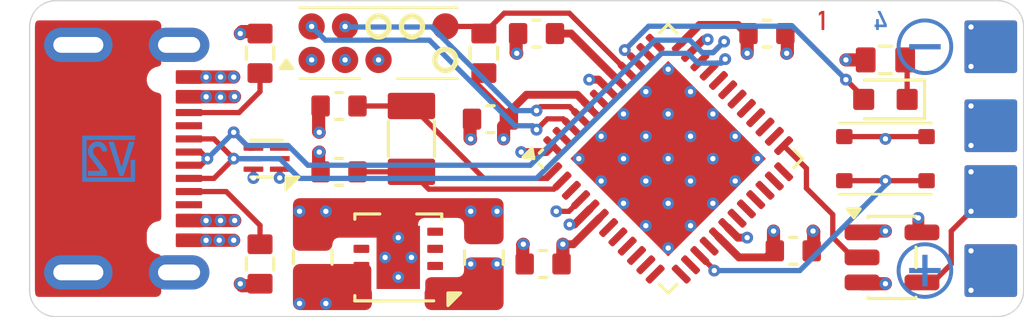
<source format=kicad_pcb>
(kicad_pcb (version 20241229) (generator "pcbnew") (generator_version "9.0")
  (title_block (date "2023-09-26") (rev "4"))
  (layers (0 "F.Cu" signal "Front") (4 "In1.Cu" power) (6 "In2.Cu" power) (2 "B.Cu" signal "Back") (13 "F.Paste" user) (5 "F.SilkS" user "F.Silkscreen") (7 "B.SilkS" user "B.Silkscreen") (1 "F.Mask" user) (3 "B.Mask" user) (25 "Edge.Cuts" user))
  (property "Order-Number" "JLCJLCJLCJLC")
  (net 0 "")
  (net 1 "GND")
  (net 2 "Shield")
  (net 3 "+3V3")
  (net 4 "/SWDIO")
  (net 5 "Net-(D101-K)")
  (net 13 "/LED-onboard")
  (net 26 "/VDDCORE")
  (net 27 "/SWCLK")
  (net 30 "+5V")
  (net 31 "/XIN32")
  (net 32 "/USB+")
  (net 33 "/RESET")
  (net 34 "/XOUT32")
  (net 35 "/USB-")
  (net 37 "/USB-CC1")
  (net 39 "/USB-CC2")
  (net 40 "/Button")
  (net 42 "/LED-Data")
  (net 51 "/LED Strip/WS2812-data")
  (footprint "V2_Resistor_SMD:R_0603" (layer "F.Cu") (at 125.75 113 -90)
    (property "Reference" "R104" (hide yes))
    (property "Value" "5k1" (hide yes))
  )
  (footprint "V2_Package_SON:VSON-8-1_3x3mm_P0.65_EP1.65x2.4mm" (layer "F.Cu") (at 131 112.75 180)
    (property "Reference" "U102" (hide yes))
    (property "Value" "TPS78433QWDRBRQ1" (hide yes))
  )
  (footprint "V2_Button_Switch_SMD:SKSG" (layer "F.Cu") (at 149.5 109)
    (property "Reference" "SW101" (hide yes))
    (property "Value" "SKSG" (hide yes))
  )
  (footprint "V2_Connector_USB:JAE_DX07S016JA3" (layer "F.Cu") (at 120 109 -90)
    (property "Reference" "J102" (hide yes))
    (property "Value" "DX07S016JA3" (hide yes))
  )
  (footprint "V2_Capacitor_SMD:C_0603" (layer "F.Cu") (at 128.75 109.5 180)
    (property "Reference" "C102" (hide yes))
    (property "Value" "18p" (hide yes))
  )
  (footprint "V2_Package_DFN_QFN:QFN-48-1EP_7x7mm_P0.5mm_EP5.45x5.45mm_ThermalVias" (layer "F.Cu") (at 141.25 109 45)
    (property "Reference" "U101" (hide yes))
    (property "Value" "ATSAMD51G" (hide yes))
  )
  (footprint "V2_Capacitor_SMD:C_0603" (layer "F.Cu") (at 136.5 113 180)
    (property "Reference" "C107" (hide yes))
    (property "Value" "0u1" (hide yes))
  )
  (footprint "V2_Resistor_SMD:R_0603" (layer "F.Cu") (at 125.75 105 90)
    (property "Reference" "R103" (hide yes))
    (property "Value" "5k1" (hide yes))
  )
  (footprint "V2_Connector_Debug:Cortex" (layer "F.Cu") (at 130.25 105.25 180)
    (property "Reference" "J101" (hide yes))
    (property "Value" "Cortex" (hide yes))
  )
  (footprint "V2_Package_TO_SOT_SMD:SOT-23-5" (layer "F.Cu") (at 149.75 112.75)
    (property "Reference" "U201" (hide yes))
    (property "Value" "74AHC1G125" (hide yes))
  )
  (footprint "V2_Capacitor_SMD:C_0603" (layer "F.Cu") (at 145 104.25)
    (property "Reference" "C104" (hide yes))
    (property "Value" "0u1" (hide yes))
  )
  (footprint "V2_Capacitor_SMD:C_0603" (layer "F.Cu") (at 146 112.5)
    (property "Reference" "C106" (hide yes))
    (property "Value" "0u1" (hide yes))
  )
  (footprint "V2_Capacitor_SMD:C_0603" (layer "F.Cu") (at 128.75 107 180)
    (property "Reference" "C101" (hide yes))
    (property "Value" "18p" (hide yes))
  )
  (footprint "V2_Capacitor_SMD:C_0805" (layer "F.Cu") (at 127.75 112.75 90)
    (property "Reference" "C108" (hide yes))
    (property "Value" "10u" (hide yes))
  )
  (footprint "V2_TestPoint:TestPoint_Pad_2.0x2.0mm" (layer "F.Cu") (at 153.5 113.25)
    (property "Reference" "TP202" (hide yes))
    (property "Value" "~" (hide yes))
  )
  (footprint "V2_Resistor_SMD:R_0603" (layer "F.Cu") (at 134.25 105 90)
    (property "Reference" "R101" (hide yes))
    (property "Value" "100k" (hide yes))
  )
  (footprint "V2_TestPoint:TestPoint_Pad_2.0x2.0mm" (layer "F.Cu") (at 153.5 110.25)
    (property "Reference" "TP204" (hide yes))
    (property "Value" "~" (hide yes))
  )
  (footprint "V2_Capacitor_SMD:C_0603" (layer "F.Cu") (at 136.25 104.25 180)
    (property "Reference" "C103" (hide yes))
    (property "Value" "10u" (hide yes))
  )
  (footprint "V2_Production:Layer_Numbers" (layer "F.Cu") (at 148.25 103.75)
    (property "Reference" "INFO101" (hide yes))
    (property "Value" "Layer_Numbers" (hide yes))
  )
  (footprint "V2_Resistor_SMD:R_0603" (layer "F.Cu") (at 149.5 105.25 180)
    (property "Reference" "R102" (hide yes))
    (property "Value" "330R" (hide yes))
  )
  (footprint "V2_Capacitor_SMD:C_0603" (layer "F.Cu") (at 134.5 107.5 180)
    (property "Reference" "C105" (hide yes))
    (property "Value" "0u1" (hide yes))
  )
  (footprint "V2_Crystal:Crystal_SMD_3215-2Pin_3.2x1.5mm" (layer "F.Cu") (at 131.5 108.25 90)
    (property "Reference" "Y101" (hide yes))
    (property "Value" "32k768" (hide yes))
  )
  (footprint "V2_TestPoint:TestPoint_Pad_2.0x2.0mm" (layer "F.Cu") (at 153.5 104.75)
    (property "Reference" "TP208" (hide yes))
    (property "Value" "~" (hide yes))
  )
  (footprint "V2_LED:LED_0603" (layer "F.Cu") (at 149.5 106.75 180)
    (property "Reference" "D101" (hide yes))
    (property "Value" "Orange" (hide yes))
  )
  (footprint "V2_ESD_Suppressor:SLP1210N6" (layer "F.Cu") (at 126 109 180)
    (property "Reference" "ESD101" (hide yes))
    (property "Value" "RCLAMP0582N" (hide yes))
  )
  (footprint "V2_TestPoint:TestPoint_Pad_2.0x2.0mm" (layer "F.Cu") (at 153.5 107.75)
    (property "Reference" "TP206" (hide yes))
    (property "Value" "~" (hide yes))
  )
  (footprint "V2_Capacitor_SMD:C_0805" (layer "F.Cu") (at 134.25 112.75 90)
    (property "Reference" "C109" (hide yes))
    (property "Value" "10u" (hide yes))
  )
  (footprint "V2_Artwork:Minus_Small" (layer "B.Cu") (at 151 104.75 180)
    (property "Reference" "ICON102" (hide yes))
    (property "Value" "Minus" (hide yes))
  )
  (footprint "V2_TestPoint:TestPoint_Pad_2.0x2.0mm" (layer "B.Cu") (at 153.5 113.25 180)
    (property "Reference" "TP201" (hide yes))
    (property "Value" "~" (hide yes))
  )
  (footprint "V2_Artwork:Logo_Tiny" (layer "B.Cu") (at 120 109 180)
    (property "Reference" "ICON101" (hide yes))
    (property "Value" "V2-logo" (hide yes))
  )
  (footprint "V2_TestPoint:TestPoint_Pad_2.0x2.0mm" (layer "B.Cu") (at 153.5 104.75 180)
    (property "Reference" "TP207" (hide yes))
    (property "Value" "~" (hide yes))
  )
  (footprint "V2_TestPoint:TestPoint_Pad_2.0x2.0mm" (layer "B.Cu") (at 153.5 110.25 180)
    (property "Reference" "TP203" (hide yes))
    (property "Value" "~" (hide yes))
  )
  (footprint "V2_Artwork:Plus_Small" (layer "B.Cu") (at 151 113.25 180)
    (property "Reference" "ICON103" (hide yes))
    (property "Value" "Plus" (hide yes))
  )
  (footprint "V2_TestPoint:TestPoint_Pad_2.0x2.0mm" (layer "B.Cu") (at 153.5 107.75 180)
    (property "Reference" "TP205" (hide yes))
    (property "Value" "~" (hide yes))
  )
  (gr_line (start 117 104) (end 117 114) (stroke (width 0.05)) (layer "Edge.Cuts"))
  (gr_arc (start 117 104) (mid 117.292893 103.292893) (end 118 103) (stroke (width 0.05)) (layer "Edge.Cuts"))
  (gr_line (start 118 103) (end 153.75 103) (stroke (width 0.05)) (layer "Edge.Cuts"))
  (gr_arc (start 118 115) (mid 117.292893 114.707107) (end 117 114) (stroke (width 0.05)) (layer "Edge.Cuts"))
  (gr_line (start 118 115) (end 153.75 115) (stroke (width 0.05)) (layer "Edge.Cuts"))
  (gr_arc (start 153.75 103) (mid 154.457107 103.292893) (end 154.75 104) (stroke (width 0.05)) (layer "Edge.Cuts"))
  (gr_line (start 154.75 104) (end 154.75 114) (stroke (width 0.05)) (layer "Edge.Cuts"))
  (gr_arc (start 154.75 114) (mid 154.457107 114.707107) (end 153.75 115) (stroke (width 0.05)) (layer "Edge.Cuts"))
  (segment (start 147.9375 108.1625) (end 151.0625 108.1625) (width 0.2) (layer "F.Cu") (net 1))
  (segment (start 125.075 104.175) (end 125.75 104.175) (width 0.5) (layer "F.Cu") (net 1))
  (segment (start 148.6625 111.75) (end 148.6125 111.8) (width 0.5) (layer "F.Cu") (net 1))
  (segment (start 142.75 104.4715) (end 142.596519 104.4715) (width 0.3) (layer "F.Cu") (net 1))
  (segment (start 146.775 111.775) (end 146.75 111.75) (width 0.5) (layer "F.Cu") (net 1))
  (segment (start 149.5 111.75) (end 148.6625 111.75) (width 0.5) (layer "F.Cu") (net 1))
  (segment (start 128 108) (end 127.975 107.975) (width 0.5) (layer "F.Cu") (net 1))
  (segment (start 124.748059 105.9) (end 123.05 105.9) (width 0.5) (layer "F.Cu") (net 1))
  (segment (start 146.775 112.5) (end 146.775 111.775) (width 0.5) (layer "F.Cu") (net 1))
  (segment (start 128 108.75) (end 127.975 108.775) (width 0.5) (layer "F.Cu") (net 1))
  (segment (start 145.75 105) (end 145.775 104.975) (width 0.5) (layer "F.Cu") (net 1))
  (segment (start 135.725 112.275) (end 135.725 113) (width 0.5) (layer "F.Cu") (net 1))
  (segment (start 125 113.75) (end 125.075 113.825) (width 0.5) (layer "F.Cu") (net 1))
  (segment (start 127.975 108.775) (end 127.975 109.5) (width 0.5) (layer "F.Cu") (net 1))
  (segment (start 135.5 105) (end 135.475 104.975) (width 0.5) (layer "F.Cu") (net 1))
  (segment (start 137.68934 111.5) (end 137.5 111.5) (width 0.3) (layer "F.Cu") (net 1))
  (segment (start 127.975 107.975) (end 127.975 107) (width 0.5) (layer "F.Cu") (net 1))
  (segment (start 135.66877 108.7505) (end 136.620463 108.7505) (width 0.3) (layer "F.Cu") (net 1))
  (segment (start 138.25 106) (end 138.603553 106) (width 0.3) (layer "F.Cu") (net 1))
  (segment (start 125 104.25) (end 125.075 104.175) (width 0.5) (layer "F.Cu") (net 1))
  (segment (start 142.596519 104.4715) (end 142.098528 104.969491) (width 0.3) (layer "F.Cu") (net 1))
  (segment (start 148.6625 113.75) (end 148.6125 113.7) (width 0.5) (layer "F.Cu") (net 1))
  (segment (start 143.896447 112) (end 144.25 112) (width 0.3) (layer "F.Cu") (net 1))
  (segment (start 133.725 108.225) (end 133.725 107.5) (width 0.5) (layer "F.Cu") (net 1))
  (segment (start 143.512742 111.616295) (end 143.896447 112) (width 0.3) (layer "F.Cu") (net 1))
  (segment (start 133.75 108.25) (end 133.725 108.225) (width 0.5) (layer "F.Cu") (net 1))
  (segment (start 145.775 104.975) (end 145.775 104.25) (width 0.5) (layer "F.Cu") (net 1))
  (segment (start 135.75 112.25) (end 135.725 112.275) (width 0.5) (layer "F.Cu") (net 1))
  (segment (start 126.5 109.727716) (end 126.497161 109.730555) (width 0.2) (layer "F.Cu") (net 1))
  (segment (start 138.280152 110.909188) (end 137.68934 111.5) (width 0.3) (layer "F.Cu") (net 1))
  (segment (start 136.620463 108.7505) (end 136.865938 108.505025) (width 0.3) (layer "F.Cu") (net 1))
  (segment (start 125.075 113.825) (end 125.75 113.825) (width 0.5) (layer "F.Cu") (net 1))
  (segment (start 124.75 112.1) (end 123.05 112.1) (width 0.5) (layer "F.Cu") (net 1))
  (segment (start 149.5 113.75) (end 148.6625 113.75) (width 0.5) (layer "F.Cu") (net 1))
  (segment (start 148 105.25) (end 148.675 105.25) (width 0.5) (layer "F.Cu") (net 1))
  (segment (start 126.5 109.4) (end 126.5 109.727716) (width 0.2) (layer "F.Cu") (net 1))
  (segment (start 138.603553 106) (end 138.987258 106.383705) (width 0.3) (layer "F.Cu") (net 1))
  (segment (start 124.75 105.901941) (end 124.748059 105.9) (width 0.5) (layer "F.Cu") (net 1))
  (segment (start 135.475 104.975) (end 135.475 104.25) (width 0.5) (layer "F.Cu") (net 1))
  (via (at 138.25 106) (size 0.45) (drill 0.2) (layers "F.Cu" "B.Cu") (net 1))
  (via (at 125 104.25) (size 0.45) (drill 0.2) (layers "F.Cu" "B.Cu") (net 1))
  (via (at 123.700745 112.102181) (size 0.45) (drill 0.2) (layers "F.Cu" "B.Cu") (net 1))
  (via (at 125 113.75) (size 0.45) (drill 0.2) (layers "F.Cu" "B.Cu") (net 1))
  (via (at 152.75 108.5) (size 0.45) (drill 0.2) (layers "F.Cu" "B.Cu") (net 1))
  (via (at 124.25 105.898977) (size 0.45) (drill 0.2) (layers "F.Cu" "B.Cu") (net 1))
  (via (at 126.497161 109.730555) (size 0.45) (drill 0.2) (layers "F.Cu" "B.Cu") (net 1))
  (via (at 124.75 105.901941) (size 0.45) (drill 0.2) (layers "F.Cu" "B.Cu") (net 1))
  (via (at 135.5 105) (size 0.45) (drill 0.2) (layers "F.Cu" "B.Cu") (net 1))
  (via (at 149.5 113.75) (size 0.45) (drill 0.2) (layers "F.Cu" "B.Cu") (net 1))
  (via (at 133.75 111) (size 0.45) (drill 0.2) (layers "F.Cu" "B.Cu") (net 1))
  (via (at 146.75 111.75) (size 0.45) (drill 0.2) (layers "F.Cu" "B.Cu") (net 1))
  (via (at 148 105.25) (size 0.45) (drill 0.2) (layers "F.Cu" "B.Cu") (net 1))
  (via (at 135.66877 108.7505) (size 0.45) (drill 0.2) (layers "F.Cu" "B.Cu") (net 1))
  (via (at 152.75 104) (size 0.45) (drill 0.2) (layers "F.Cu" "B.Cu") (net 1))
  (via (at 152.75 107) (size 0.45) (drill 0.2) (layers "F.Cu" "B.Cu") (net 1))
  (via (at 134.75 111) (size 0.45) (drill 0.2) (layers "F.Cu" "B.Cu") (net 1))
  (via (at 149.5 108.25) (size 0.45) (drill 0.2) (layers "F.Cu" "B.Cu") (net 1))
  (via (at 124.75 112.1) (size 0.45) (drill 0.2) (layers "F.Cu" "B.Cu") (net 1))
  (via (at 133.75 108.25) (size 0.45) (drill 0.2) (layers "F.Cu" "B.Cu") (net 1))
  (via (at 137.5 111.5) (size 0.45) (drill 0.2) (layers "F.Cu" "B.Cu") (net 1))
  (via (at 145.75 105) (size 0.45) (drill 0.2) (layers "F.Cu" "B.Cu") (net 1))
  (via (at 128 108) (size 0.45) (drill 0.2) (layers "F.Cu" "B.Cu") (net 1))
  (via (at 123.700745 105.902181) (size 0.45) (drill 0.2) (layers "F.Cu" "B.Cu") (net 1))
  (via (at 128 108.75) (size 0.45) (drill 0.2) (layers "F.Cu" "B.Cu") (net 1))
  (via (at 124.201672 112.1) (size 0.45) (drill 0.2) (layers "F.Cu" "B.Cu") (net 1))
  (via (at 144.25 112) (size 0.45) (drill 0.2) (layers "F.Cu" "B.Cu") (net 1))
  (via (at 127.25 111) (size 0.45) (drill 0.2) (layers "F.Cu" "B.Cu") (net 1))
  (via (at 149.5 111.75) (size 0.45) (drill 0.2) (layers "F.Cu" "B.Cu") (net 1))
  (via (at 142.75 104.4715) (size 0.45) (drill 0.2) (layers "F.Cu" "B.Cu") (net 1))
  (via (at 152.75 105.5) (size 0.45) (drill 0.2) (layers "F.Cu" "B.Cu") (net 1))
  (via (at 128.25 111) (size 0.45) (drill 0.2) (layers "F.Cu" "B.Cu") (net 1))
  (via (at 135.75 112.25) (size 0.45) (drill 0.2) (layers "F.Cu" "B.Cu") (net 1))
  (segment (start 135.275 107.168396) (end 135.275 107.5) (width 0.3) (layer "F.Cu") (net 3))
  (segment (start 138.280152 107.090812) (end 138.280152 107.055457) (width 0.3) (layer "F.Cu") (net 3))
  (segment (start 144.25 105) (end 144.25 104.275) (width 0.5) (layer "F.Cu") (net 3))
  (segment (start 144.25 104.275) (end 144.225 104.25) (width 0.5) (layer "F.Cu") (net 3))
  (segment (start 137.482233 111) (end 137 111) (width 0.2) (layer "F.Cu") (net 3))
  (segment (start 142.438913 103.922) (end 141.744975 104.615938) (width 0.3) (layer "F.Cu") (net 3))
  (segment (start 143.159188 111.969848) (end 143.93934 112.75) (width 0.3) (layer "F.Cu") (net 3))
  (segment (start 135.275 107.4375) (end 134 106.1625) (width 0.2) (layer "F.Cu") (net 3))
  (segment (start 137.799695 106.575) (end 135.868396 106.575) (width 0.3) (layer "F.Cu") (net 3))
  (segment (start 145.25 111.75) (end 145.25 112.475) (width 0.5) (layer "F.Cu") (net 3))
  (segment (start 143.93934 112.75) (end 144.975 112.75) (width 0.3) (layer "F.Cu") (net 3))
  (segment (start 137.926598 110.555635) (end 137.482233 111) (width 0.2) (layer "F.Cu") (net 3))
  (segment (start 135.868396 106.575) (end 135.275 107.168396) (width 0.3) (layer "F.Cu") (net 3))
  (segment (start 138.633705 111.262742) (end 137.646447 112.25) (width 0.3) (layer "F.Cu") (net 3))
  (segment (start 135 107.775) (end 135.275 107.5) (width 0.5) (layer "F.Cu") (net 3))
  (segment (start 135.275 107.5) (end 135.275 107.4375) (width 0.2) (layer "F.Cu") (net 3))
  (segment (start 144.975 112.75) (end 145.225 112.5) (width 0.3) (layer "F.Cu") (net 3))
  (segment (start 143.897 103.922) (end 142.438913 103.922) (width 0.3) (layer "F.Cu") (net 3))
  (segment (start 138.280152 107.055457) (end 137.799695 106.575) (width 0.3) (layer "F.Cu") (net 3))
  (segment (start 145.25 112.475) (end 145.225 112.5) (width 0.5) (layer "F.Cu") (net 3))
  (segment (start 137.646447 112.25) (end 137.25 112.25) (width 0.3) (layer "F.Cu") (net 3))
  (segment (start 135 108.25) (end 135 107.775) (width 0.5) (layer "F.Cu") (net 3))
  (segment (start 134 106.1625) (end 134 105.825) (width 0.2) (layer "F.Cu") (net 3))
  (segment (start 137.25 112.25) (end 137.25 113) (width 0.5) (layer "F.Cu") (net 3))
  (segment (start 144.225 104.25) (end 143.897 103.922) (width 0.3) (layer "F.Cu") (net 3))
  (via (at 144.25 105) (size 0.45) (drill 0.2) (layers "F.Cu" "B.Cu") (net 3))
  (via (at 145.25 111.75) (size 0.45) (drill 0.2) (layers "F.Cu" "B.Cu") (net 3))
  (via (at 137 111) (size 0.45) (drill 0.2) (layers "F.Cu" "B.Cu") (net 3))
  (via (at 133.75 113) (size 0.45) (drill 0.2) (layers "F.Cu" "B.Cu") (net 3))
  (via (at 135 108.25) (size 0.45) (drill 0.2) (layers "F.Cu" "B.Cu") (net 3))
  (via (at 134.75 113) (size 0.45) (drill 0.2) (layers "F.Cu" "B.Cu") (net 3))
  (via (at 137.25 112.25) (size 0.45) (drill 0.2) (layers "F.Cu" "B.Cu") (net 3))
  (segment (start 137.26358 107.488453) (end 137.573045 107.797918) (width 0.2) (layer "F.Cu") (net 4))
  (segment (start 136.661547 107.488453) (end 137.26358 107.488453) (width 0.2) (layer "F.Cu") (net 4))
  (segment (start 136.25 107.9) (end 136.661547 107.488453) (width 0.2) (layer "F.Cu") (net 4))
  (via (at 127.71 103.98) (size 0.45) (drill 0.2) (layers "F.Cu" "B.Cu") (net 4))
  (via (at 136.25 107.9) (size 0.45) (drill 0.2) (layers "F.Cu" "B.Cu") (net 4))
  (segment (start 132.181802 104.5) (end 135.432302 107.7505) (width 0.2) (layer "B.Cu") (net 4))
  (segment (start 127.71 103.98) (end 128.23 104.5) (width 0.2) (layer "B.Cu") (net 4))
  (segment (start 136.1005 107.7505) (end 136.25 107.9) (width 0.2) (layer "B.Cu") (net 4))
  (segment (start 128.23 104.5) (end 132.181802 104.5) (width 0.2) (layer "B.Cu") (net 4))
  (segment (start 135.432302 107.7505) (end 136.1005 107.7505) (width 0.2) (layer "B.Cu") (net 4))
  (segment (start 150.325 105.25) (end 150.325 106.7125) (width 0.2) (layer "F.Cu") (net 5))
  (segment (start 139.601393 104.876521) (end 139.601394 104.876521) (width 0.2) (layer "F.Cu") (net 13))
  (segment (start 139.601394 104.876521) (end 140.047918 105.323045) (width 0.2) (layer "F.Cu") (net 13))
  (segment (start 148 106) (end 148.7125 106.7125) (width 0.2) (layer "F.Cu") (net 13))
  (segment (start 148.7125 106.7125) (end 148.7125 106.75) (width 0.2) (layer "F.Cu") (net 13))
  (via (at 139.601393 104.876521) (size 0.45) (drill 0.2) (layers "F.Cu" "B.Cu") (net 13))
  (via (at 148 106) (size 0.45) (drill 0.2) (layers "F.Cu" "B.Cu") (net 13))
  (segment (start 140.506414 103.9715) (end 139.601393 104.876521) (width 0.2) (layer "B.Cu") (net 13))
  (segment (start 145.9715 103.9715) (end 140.506414 103.9715) (width 0.2) (layer "B.Cu") (net 13))
  (segment (start 148 106) (end 145.9715 103.9715) (width 0.2) (layer "B.Cu") (net 13))
  (segment (start 137.56066 104.25) (end 137.025 104.25) (width 0.3) (layer "F.Cu") (net 26))
  (segment (start 139.340812 106.030152) (end 137.56066 104.25) (width 0.3) (layer "F.Cu") (net 26))
  (segment (start 136.3995 107.025) (end 137.507233 107.025) (width 0.2) (layer "F.Cu") (net 27))
  (segment (start 136.25 107.1745) (end 136.3995 107.025) (width 0.2) (layer "F.Cu") (net 27))
  (segment (start 137.507233 107.025) (end 137.926598 107.444365) (width 0.2) (layer "F.Cu") (net 27))
  (via (at 128.98 103.98) (size 0.45) (drill 0.2) (layers "F.Cu" "B.Cu") (net 27))
  (via (at 136.25 107.1745) (size 0.45) (drill 0.2) (layers "F.Cu" "B.Cu") (net 27))
  (segment (start 128.98 103.98) (end 129 104) (width 0.2) (layer "B.Cu") (net 27))
  (segment (start 129 104) (end 132.271447 104) (width 0.2) (layer "B.Cu") (net 27))
  (segment (start 132.271447 104) (end 135.445947 107.1745) (width 0.2) (layer "B.Cu") (net 27))
  (segment (start 135.445947 107.1745) (end 136.25 107.1745) (width 0.2) (layer "B.Cu") (net 27))
  (segment (start 150.75 111.25) (end 150.75 111.6625) (width 0.45) (layer "F.Cu") (net 30))
  (segment (start 124.774666 106.65) (end 123.05 106.65) (width 0.5) (layer "F.Cu") (net 30))
  (segment (start 124.78164 106.643026) (end 124.774666 106.65) (width 0.5) (layer "F.Cu") (net 30))
  (segment (start 124.78627 111.35) (end 123.05 111.35) (width 0.5) (layer "F.Cu") (net 30))
  (segment (start 125.5 109.4) (end 125.5 109.734733) (width 0.2) (layer "F.Cu") (net 30))
  (segment (start 125.5 109.734733) (end 125.499516 109.735217) (width 0.2) (layer "F.Cu") (net 30))
  (segment (start 124.78749 111.34878) (end 124.78627 111.35) (width 0.5) (layer "F.Cu") (net 30))
  (segment (start 150.75 111.6625) (end 150.8875 111.8) (width 0.45) (layer "F.Cu") (net 30))
  (via (at 150.75 111.25) (size 0.45) (drill 0.2) (layers "F.Cu" "B.Cu") (net 30))
  (via (at 128.25 114.5) (size 0.45) (drill 0.2) (layers "F.Cu" "B.Cu") (net 30))
  (via (at 123.700745 111.352181) (size 0.45) (drill 0.2) (layers "F.Cu" "B.Cu") (net 30))
  (via (at 124.25 106.664213) (size 0.45) (drill 0.2) (layers "F.Cu" "B.Cu") (net 30))
  (via (at 124.78164 106.643026) (size 0.45) (drill 0.2) (layers "F.Cu" "B.Cu") (net 30))
  (via (at 127.25 114.5) (size 0.45) (drill 0.2) (layers "F.Cu" "B.Cu") (net 30))
  (via (at 124.78749 111.34878) (size 0.45) (drill 0.2) (layers "F.Cu" "B.Cu") (net 30))
  (via (at 152.75 112.5) (size 0.45) (drill 0.2) (layers "F.Cu" "B.Cu") (net 30))
  (via (at 125.499516 109.735217) (size 0.45) (drill 0.2) (layers "F.Cu" "B.Cu") (net 30))
  (via (at 123.702926 106.65) (size 0.45) (drill 0.2) (layers "F.Cu" "B.Cu") (net 30))
  (via (at 124.25 111.35) (size 0.45) (drill 0.2) (layers "F.Cu" "B.Cu") (net 30))
  (via (at 152.75 114) (size 0.45) (drill 0.2) (layers "F.Cu" "B.Cu") (net 30))
  (segment (start 134.25 109.75) (end 131.5 107) (width 0.2) (layer "F.Cu") (net 31))
  (segment (start 129.525 107) (end 131.5 107) (width 0.2) (layer "F.Cu") (net 31))
  (segment (start 136.865938 109.494975) (end 136.610913 109.75) (width 0.2) (layer "F.Cu") (net 31))
  (segment (start 136.610913 109.75) (end 134.25 109.75) (width 0.2) (layer "F.Cu") (net 31))
  (segment (start 123.5 108.75) (end 123.05 108.75) (width 0.2) (layer "F.Cu") (net 32))
  (segment (start 123.75 109) (end 123.5 109.25) (width 0.2) (layer "F.Cu") (net 32))
  (segment (start 123.5 109.25) (end 123.05 109.25) (width 0.2) (layer "F.Cu") (net 32))
  (segment (start 125.35 108.6) (end 125.5 108.6) (width 0.2) (layer "F.Cu") (net 32))
  (segment (start 143.3755 104.553107) (end 142.957107 104.9715) (width 0.2) (layer "F.Cu") (net 32))
  (segment (start 142.957107 104.9715) (end 142.792893 104.9715) (width 0.2) (layer "F.Cu") (net 32))
  (segment (start 142.452082 105.312311) (end 142.452082 105.323045) (width 0.2) (layer "F.Cu") (net 32))
  (segment (start 124.75 108) (end 125.35 108.6) (width 0.2) (layer "F.Cu") (net 32))
  (segment (start 123.75 109) (end 123.5 108.75) (width 0.2) (layer "F.Cu") (net 32))
  (segment (start 142.792893 104.9715) (end 142.452082 105.312311) (width 0.2) (layer "F.Cu") (net 32))
  (via (at 123.75 109) (size 0.45) (drill 0.2) (layers "F.Cu" "B.Cu") (net 32))
  (via (at 124.75 108) (size 0.45) (drill 0.2) (layers "F.Cu" "B.Cu") (net 32))
  (via (at 143.3755 104.553107) (size 0.45) (drill 0.2) (layers "F.Cu" "B.Cu") (net 32))
  (segment (start 140.75 104.5) (end 142.071393 104.5) (width 0.2) (layer "B.Cu") (net 32))
  (segment (start 125.25 108.5) (end 126.815685 108.5) (width 0.2) (layer "B.Cu") (net 32))
  (segment (start 127.565685 109.25) (end 136.015204 109.25) (width 0.2) (layer "B.Cu") (net 32))
  (segment (start 136.508304 108.741696) (end 140.75 104.5) (width 0.2) (layer "B.Cu") (net 32))
  (segment (start 142.542893 104.9715) (end 142.957107 104.9715) (width 0.2) (layer "B.Cu") (net 32))
  (segment (start 126.815685 108.5) (end 127.565685 109.25) (width 0.2) (layer "B.Cu") (net 32))
  (segment (start 136.508304 108.7569) (end 136.508304 108.741696) (width 0.2) (layer "B.Cu") (net 32))
  (segment (start 136.015204 109.25) (end 136.508304 108.7569) (width 0.2) (layer "B.Cu") (net 32))
  (segment (start 142.071393 104.5) (end 142.542893 104.9715) (width 0.2) (layer "B.Cu") (net 32))
  (segment (start 124.75 108) (end 123.75 109) (width 0.2) (layer "B.Cu") (net 32))
  (segment (start 142.957107 104.9715) (end 143.3755 104.553107) (width 0.2) (layer "B.Cu") (net 32))
  (segment (start 124.75 108) (end 125.25 108.5) (width 0.2) (layer "B.Cu") (net 32))
  (segment (start 137.493266 103.4755) (end 139.694365 105.676598) (width 0.2) (layer "F.Cu") (net 33))
  (segment (start 134.52 103.98) (end 135.0245 103.4755) (width 0.2) (layer "F.Cu") (net 33))
  (segment (start 135.0245 103.4755) (end 137.493266 103.4755) (width 0.2) (layer "F.Cu") (net 33))
  (segment (start 132.79 103.98) (end 134.52 103.98) (width 0.2) (layer "F.Cu") (net 33))
  (segment (start 137.219491 109.848528) (end 136.910025 110.157994) (width 0.2) (layer "F.Cu") (net 34))
  (segment (start 136.910025 110.157994) (end 132.157994 110.157994) (width 0.2) (layer "F.Cu") (net 34))
  (segment (start 129.525 109.5) (end 131.5 109.5) (width 0.2) (layer "F.Cu") (net 34))
  (segment (start 132.157994 110.157994) (end 131.5 109.5) (width 0.2) (layer "F.Cu") (net 34))
  (segment (start 124.75 109) (end 125.75 109) (width 0.2) (layer "F.Cu") (net 35))
  (segment (start 124.75 109) (end 124 109.75) (width 0.2) (layer "F.Cu") (net 35))
  (segment (start 143.413756 105.221251) (end 143.267874 105.367133) (width 0.2) (layer "F.Cu") (net 35))
  (segment (start 124 109.75) (end 123.05 109.75) (width 0.2) (layer "F.Cu") (net 35))
  (segment (start 124 108.25) (end 123.05 108.25) (width 0.2) (layer "F.Cu") (net 35))
  (segment (start 124.75 109) (end 124 108.25) (width 0.2) (layer "F.Cu") (net 35))
  (segment (start 143.1151 105.367133) (end 142.805635 105.676598) (width 0.2) (layer "F.Cu") (net 35))
  (segment (start 143.267874 105.367133) (end 143.1151 105.367133) (width 0.2) (layer "F.Cu") (net 35))
  (via (at 143.413756 105.221251) (size 0.45) (drill 0.2) (layers "F.Cu" "B.Cu") (net 35))
  (via (at 124.75 109) (size 0.45) (drill 0.2) (layers "F.Cu" "B.Cu") (net 35))
  (segment (start 126.5 109) (end 127.25 109.75) (width 0.2) (layer "B.Cu") (net 35))
  (segment (start 143.263507 105.3715) (end 143.413756 105.221251) (width 0.2) (layer "B.Cu") (net 35))
  (segment (start 142.005528 104.999821) (end 142.377207 105.3715) (width 0.2) (layer "B.Cu") (net 35))
  (segment (start 127.25 109.75) (end 136.25 109.75) (width 0.2) (layer "B.Cu") (net 35))
  (segment (start 124.75 109) (end 126.5 109) (width 0.2) (layer "B.Cu") (net 35))
  (segment (start 136.25 109.75) (end 141.000179 104.999821) (width 0.2) (layer "B.Cu") (net 35))
  (segment (start 142.377207 105.3715) (end 143.263507 105.3715) (width 0.2) (layer "B.Cu") (net 35))
  (segment (start 141.000179 104.999821) (end 142.005528 104.999821) (width 0.2) (layer "B.Cu") (net 35))
  (segment (start 123.05 107.25) (end 124.952484 107.25) (width 0.2) (layer "F.Cu") (net 37))
  (segment (start 124.952484 107.25) (end 125.75 106.452484) (width 0.2) (layer "F.Cu") (net 37))
  (segment (start 125.75 106.452484) (end 125.75 105.825) (width 0.2) (layer "F.Cu") (net 37))
  (segment (start 125.75 111.533472) (end 125.75 112.175) (width 0.2) (layer "F.Cu") (net 39))
  (segment (start 123.05 110.25) (end 124.466528 110.25) (width 0.2) (layer "F.Cu") (net 39))
  (segment (start 124.466528 110.25) (end 125.75 111.533472) (width 0.2) (layer "F.Cu") (net 39))
  (segment (start 143.050127 113.275) (end 143.025 113.275) (width 0.2) (layer "F.Cu") (net 40))
  (segment (start 143.050127 113.275) (end 142.452082 112.676955) (width 0.2) (layer "F.Cu") (net 40))
  (segment (start 143.025 113.275) (end 143 113.25) (width 0.2) (layer "F.Cu") (net 40))
  (segment (start 147.9375 109.8375) (end 151.0625 109.8375) (width 0.2) (layer "F.Cu") (net 40))
  (via (at 143 113.25) (size 0.45) (drill 0.2) (layers "F.Cu" "B.Cu") (net 40))
  (via (at 149.5 109.8375) (size 0.45) (drill 0.2) (layers "F.Cu" "B.Cu") (net 40))
  (segment (start 146.25 113.25) (end 149.5 110) (width 0.2) (layer "B.Cu") (net 40))
  (segment (start 149.5 110) (end 149.5 109.8375) (width 0.2) (layer "B.Cu") (net 40))
  (segment (start 143 113.25) (end 146.25 113.25) (width 0.2) (layer "B.Cu") (net 40))
  (segment (start 146.5 109.370963) (end 146.5 110.125) (width 0.2) (layer "F.Cu") (net 42))
  (segment (start 145.634062 108.505025) (end 146.5 109.370963) (width 0.2) (layer "F.Cu") (net 42))
  (segment (start 148.264311 112.75) (end 148.6125 112.75) (width 0.2) (layer "F.Cu") (net 42))
  (segment (start 147.5 111.985689) (end 148.264311 112.75) (width 0.2) (layer "F.Cu") (net 42))
  (segment (start 146.5 110.125) (end 147.5 111.125) (width 0.2) (layer "F.Cu") (net 42))
  (segment (start 147.5 111.125) (end 147.5 111.985689) (width 0.2) (layer "F.Cu") (net 42))
  (segment (start 152 113) (end 152 111.75) (width 0.2) (layer "F.Cu") (net 51))
  (segment (start 151.3 113.7) (end 152 113) (width 0.2) (layer "F.Cu") (net 51))
  (segment (start 150.8875 113.7) (end 151.3 113.7) (width 0.2) (layer "F.Cu") (net 51))
  (segment (start 152 111.75) (end 152.75 111) (width 0.2) (layer "F.Cu") (net 51))
  (via (at 152.75 111) (size 0.45) (drill 0.2) (layers "F.Cu" "B.Cu") (net 51))
  (via (at 152.75 109.5) (size 0.45) (drill 0.2) (layers "F.Cu" "B.Cu") (net 51))
  (zone (net 3) (net_name "+3V3") (layer "F.Cu") (connect_pads yes (clearance 0.2)) (min_thickness 0.25) (fill yes (thermal_gap 0.5) (thermal_bridge_width 0.5) (smoothing fillet) (radius 0.25))
    (polygon (pts (xy 132 113.5) (xy 133.5 113.5) (xy 133.5 112.75) (xy 135 112.75) (xy 135 114.75) (xy 132 114.75)))
  )
  (zone (net 30) (net_name "+5V") (layer "F.Cu") (connect_pads yes (clearance 0.2)) (min_thickness 0.25) (fill yes (thermal_gap 0.5) (thermal_bridge_width 0.5) (smoothing fillet) (radius 0.25))
    (polygon (pts (xy 127 113) (xy 127 114.75) (xy 130 114.75) (xy 130 113)))
  )
  (zone (net 2) (net_name "Shield") (layer "F.Cu") (priority 2) (connect_pads (clearance 0.2)) (min_thickness 0.25) (fill yes (thermal_gap 0.508) (thermal_bridge_width 0.508) (smoothing fillet) (radius 0.2))
    (polygon (pts (xy 117 103.75) (xy 122 103.75) (xy 122 114.25) (xy 117 114.25)))
  )
  (zone (net 1) (net_name "GND") (layer "F.Cu") (connect_pads yes (clearance 0.2)) (min_thickness 0.25) (fill yes (thermal_gap 0.5) (thermal_bridge_width 0.5) (smoothing fillet) (radius 0.25))
    (polygon (pts (xy 135 112.25) (xy 133.5 112.25) (xy 133.5 111.25) (xy 131.75 111.25) (xy 131.75 112) (xy 128.5 112) (xy 128.5 112.5) (xy 127 112.5) (xy 127 110.5) (xy 135 110.5)))
  )
)
</source>
